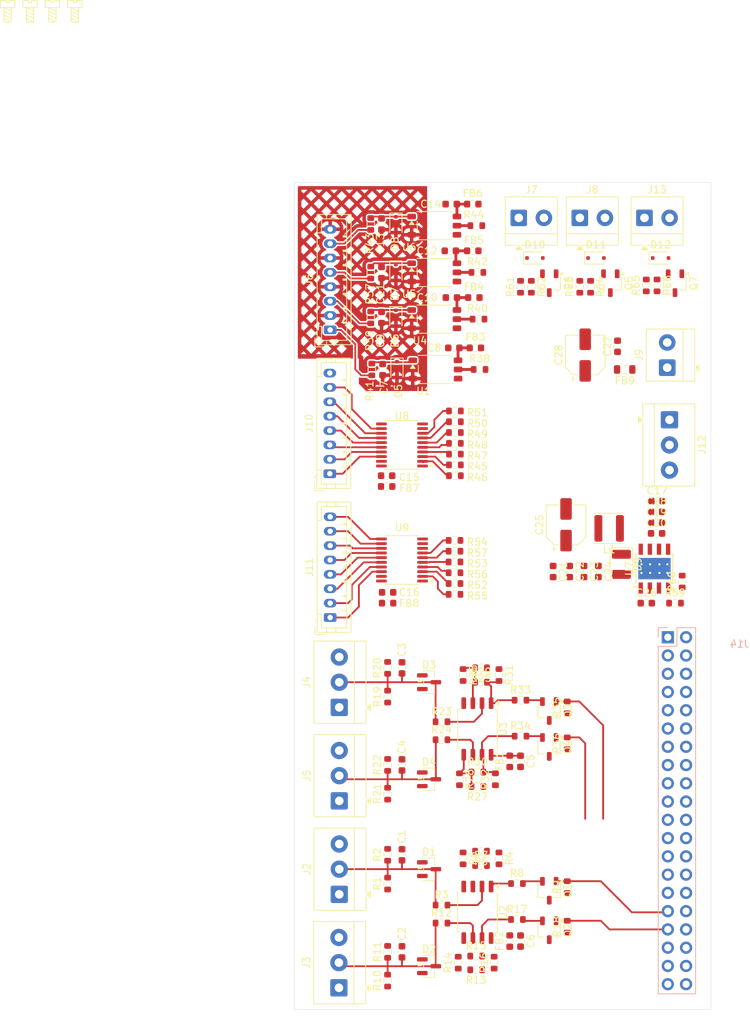
<source format=kicad_pcb>
(kicad_pcb (version 20241229) (generator "pcbnew") (generator_version "9.0")
  (layers (0 "F.Cu" signal) (2 "B.Cu" signal) (13 "F.Paste" user) (15 "B.Paste" user) (5 "F.SilkS" user "F.Silkscreen") (7 "B.SilkS" user "B.Silkscreen") (1 "F.Mask" user) (3 "B.Mask" user) (25 "Edge.Cuts" user))
  (net 0 "")
  (net 1 "Net-(D1-COM)")
  (net 2 "GND")
  (net 3 "Net-(D2-COM)")
  (net 4 "Net-(D3-COM)")
  (net 5 "Net-(D4-COM)")
  (net 6 "Net-(U3C-V+)")
  (net 7 "Net-(U2C-V+)")
  (net 8 "GND_ISO")
  (net 9 "Net-(D5-A1)")
  (net 10 "Net-(U1-VDD)")
  (net 11 "Net-(D6-A1)")
  (net 12 "Net-(U4-VDD)")
  (net 13 "Net-(D7-A1)")
  (net 14 "Net-(U5-VDD)")
  (net 15 "Net-(D8-A1)")
  (net 16 "Net-(U6-VDD)")
  (net 17 "Net-(U8-DIR)")
  (net 18 "Net-(U9-DIR)")
  (net 19 "+24V")
  (net 20 "+5V")
  (net 21 "Net-(U7-BOOT)")
  (net 22 "Net-(D9-K)")
  (net 23 "Net-(D10-A)")
  (net 24 "Net-(D11-A)")
  (net 25 "Net-(D12-A)")
  (net 26 "+3.3V")
  (net 27 "+VIN")
  (net 28 "/AUX4")
  (net 29 "/OUT2")
  (net 30 "/AUX2")
  (net 31 "/ISO_IN3")
  (net 32 "/AUX6")
  (net 33 "/OUT1")
  (net 34 "/OUT3")
  (net 35 "/ENDSTOP2")
  (net 36 "/AUX3")
  (net 37 "/ISO_IN4")
  (net 38 "/ISO_IN1")
  (net 39 "/ISO_IN2")
  (net 40 "/AUX5")
  (net 41 "/AUX1")
  (net 42 "/ENDSTOP3")
  (net 43 "/ENDSTOP4")
  (net 44 "/ENDSTOP1")
  (net 45 "Net-(J6-Pin_3)")
  (net 46 "Net-(J6-Pin_5)")
  (net 47 "Net-(J6-Pin_1)")
  (net 48 "Net-(J6-Pin_7)")
  (net 49 "Net-(J10-Pin_3)")
  (net 50 "Net-(J10-Pin_2)")
  (net 52 "Net-(J10-Pin_1)")
  (net 53 "Net-(J10-Pin_5)")
  (net 54 "Net-(J10-Pin_6)")
  (net 55 "Net-(J10-Pin_7)")
  (net 56 "Net-(J10-Pin_4)")
  (net 57 "Net-(J11-Pin_5)")
  (net 58 "Net-(J11-Pin_4)")
  (net 59 "Net-(J11-Pin_1)")
  (net 60 "Net-(J11-Pin_3)")
  (net 61 "Net-(J11-Pin_6)")
  (net 62 "Net-(J11-Pin_2)")
  (net 63 "Net-(J11-Pin_7)")
  (net 64 "Net-(J11-Pin_8)")
  (net 65 "Net-(Q1-B)")
  (net 66 "Net-(Q2-B)")
  (net 67 "Net-(Q3-B)")
  (net 68 "Net-(Q4-B)")
  (net 69 "Net-(Q5-G)")
  (net 70 "Net-(Q6-G)")
  (net 71 "Net-(Q7-G)")
  (net 72 "Net-(U2A--)")
  (net 73 "Net-(R4-Pad2)")
  (net 74 "Net-(U2A-+)")
  (net 75 "Net-(U2B--)")
  (net 76 "Net-(U2B-+)")
  (net 77 "Net-(R15-Pad2)")
  (net 78 "Net-(U3A--)")
  (net 79 "Net-(U3B--)")
  (net 80 "Net-(U3A-+)")
  (net 81 "Net-(U3B-+)")
  (net 82 "Net-(R29-Pad2)")
  (net 83 "Net-(R30-Pad2)")
  (net 84 "Net-(U1-VO)")
  (net 85 "Net-(U4-VO)")
  (net 86 "Net-(U5-VO)")
  (net 87 "Net-(U6-VO)")
  (net 88 "Net-(U8-A2)")
  (net 89 "Net-(U8-A1)")
  (net 90 "Net-(U8-A3)")
  (net 91 "Net-(U8-A4)")
  (net 92 "Net-(U8-A5)")
  (net 93 "Net-(U8-A6)")
  (net 94 "Net-(U8-A7)")
  (net 95 "Net-(U9-A2)")
  (net 96 "Net-(U9-A4)")
  (net 97 "Net-(U9-A6)")
  (net 98 "Net-(U9-A1)")
  (net 99 "Net-(U9-A3)")
  (net 100 "Net-(U9-A5)")
  (net 101 "Net-(U7-VSENSE)")
  (net 108 "/DIR_A")
  (net 109 "/STEP_A")
  (net 110 "/DIR_C")
  (net 111 "/ENABLE")
  (net 112 "/STEP_B")
  (net 113 "/STEP_C")
  (net 114 "/DIR_B")
  (footprint "Resistor_SMD:R_0603_1608Metric" (layer "F.Cu") (at 84.325 157 180)
    (property "Reference" "R13")
    (property "Value" "47k")
  )
  (footprint "Inductor_SMD:L_0603_1608Metric" (layer "F.Cu") (at 72 106 180)
    (property "Reference" "FB8")
    (property "Value" "1K/100MHz")
  )
  (footprint "Resistor_SMD:R_0603_1608Metric" (layer "F.Cu") (at 79.5 122.5)
    (property "Reference" "R23")
    (property "Value" "33R")
  )
  (footprint "TerminalBlock_4Ucon:TerminalBlock_4Ucon_1x03_P3.50mm_Horizontal" (layer "F.Cu") (at 65.2675 133.5 90)
    (property "Reference" "J5")
    (property "Value" "Screw_Terminal_01x03")
  )
  (footprint "Inductor_SMD:L_0603_1608Metric" (layer "F.Cu") (at 89 128 90)
    (property "Reference" "FB1")
    (property "Value" "1K/100MHz")
  )
  (footprint "Resistor_SMD:R_0603_1608Metric" (layer "F.Cu") (at 72 145 90)
    (property "Reference" "R1")
    (property "Value" "10k")
  )
  (footprint "Package_TO_SOT_SMD:TSOT-23" (layer "F.Cu") (at 112 61.5 -90)
    (property "Reference" "Q7")
    (property "Value" "PMF250XNEX")
  )
  (footprint "Package_TO_SOT_SMD:SOT-23" (layer "F.Cu") (at 77.7675 156.5)
    (property "Reference" "D2")
    (property "Value" "BAT54S")
  )
  (footprint "Capacitor_SMD:C_0603_1608Metric" (layer "F.Cu") (at 109.435 94.8)
    (property "Reference" "C19")
    (property "Value" "10uF")
  )
  (footprint "Inductor_SMD:L_0603_1608Metric" (layer "F.Cu") (at 84.2125 70.5 180)
    (property "Reference" "FB3")
    (property "Value" "1K/100MHz")
  )
  (footprint "Capacitor_SMD:C_0603_1608Metric" (layer "F.Cu") (at 99.335 101.6 -90)
    (property "Reference" "C23")
    (property "Value" "10uF")
  )
  (footprint "Package_SO:SO-5-6_4.55x3.7mm_P1.27mm" (layer "F.Cu") (at 78.5 53.5)
    (property "Reference" "U6")
    (property "Value" "TLP2310")
  )
  (footprint "Capacitor_SMD:C_0603_1608Metric" (layer "F.Cu") (at 71.3 73.52 -90)
    (property "Reference" "C7")
    (property "Value" "100pF")
  )
  (footprint "Resistor_SMD:R_0603_1608Metric" (layer "F.Cu") (at 79.5 150.5)
    (property "Reference" "R12")
    (property "Value" "33R")
  )
  (footprint "Resistor_SMD:R_0603_1608Metric" (layer "F.Cu") (at 81.3125 97.275 180)
    (property "Reference" "R54")
    (property "Value" "33R")
  )
  (footprint "TerminalBlock_4Ucon:TerminalBlock_4Ucon_1x03_P3.50mm_Horizontal" (layer "F.Cu") (at 65.2675 146.5 90)
    (property "Reference" "J2")
    (property "Value" "Screw_Terminal_01x03")
  )
  (footprint "Inductor_SMD:L_0603_1608Metric" (layer "F.Cu") (at 84 63.5 180)
    (property "Reference" "FB4")
    (property "Value" "1K/100MHz")
  )
  (footprint "Resistor_SMD:R_0603_1608Metric" (layer "F.Cu") (at 69.65 66.27 90)
    (property "Reference" "R39")
    (property "Value" "11.3k")
  )
  (footprint "Resistor_SMD:R_0603_1608Metric" (layer "F.Cu") (at 90.5 119.5)
    (property "Reference" "R33")
    (property "Value" "47k")
  )
  (footprint "Inductor_SMD:L_0805_2012Metric" (layer "F.Cu") (at 105 73.5 180)
    (property "Reference" "FB9")
    (property "Value" "1K/100MHz")
  )
  (footprint "Resistor_SMD:R_0603_1608Metric" (layer "F.Cu") (at 81.3625 79.275 180)
    (property "Reference" "R51")
    (property "Value" "33R")
  )
  (footprint "Resistor_SMD:R_0603_1608Metric" (layer "F.Cu") (at 87 130.5 90)
    (property "Reference" "R32")
    (property "Value" "10k")
  )
  (footprint "Capacitor_SMD:C_0603_1608Metric" (layer "F.Cu") (at 90.5 153 -90)
    (property "Reference" "C6")
    (property "Value" "100nF")
  )
  (footprint "Package_TO_SOT_SMD:SOT-23" (layer "F.Cu") (at 77.7675 117)
    (property "Reference" "D3")
    (property "Value" "BAT54S")
  )
  (footprint "Resistor_SMD:R_0603_1608Metric" (layer "F.Cu") (at 97 120.5 90)
    (property "Reference" "R35")
    (property "Value" "10k")
  )
  (footprint "Resistor_SMD:R_0603_1608Metric" (layer "F.Cu") (at 81.3125 101.775 180)
    (property "Reference" "R56")
    (property "Value" "33R")
  )
  (footprint "Resistor_SMD:R_0603_1608Metric" (layer "F.Cu") (at 98.75 62 90)
    (property "Reference" "R63")
    (property "Value" "100R")
  )
  (footprint "Resistor_SMD:R_0603_1608Metric" (layer "F.Cu") (at 82.5 116 -90)
    (property "Reference" "R26")
    (property "Value" "47k")
  )
  (footprint "Resistor_SMD:R_0603_1608Metric" (layer "F.Cu") (at 84.35 53.5)
    (property "Reference" "R44")
    (property "Value" "33R")
  )
  (footprint "Capacitor_SMD:C_0603_1608Metric" (layer "F.Cu") (at 74 115 90)
    (property "Reference" "C3")
    (property "Value" "100pF")
  )
  (footprint "Resistor_SMD:R_0603_1608Metric" (layer "F.Cu") (at 92 62 -90)
    (property "Reference" "R62")
    (property "Value" "47K")
  )
  (footprint "Capacitor_SMD:C_0603_1608Metric" (layer "F.Cu") (at 71.15 53.27 -90)
    (property "Reference" "C13")
    (property "Value" "100pF")
  )
  (footprint "Resistor_SMD:R_0603_1608Metric" (layer "F.Cu") (at 72 141 90)
    (property "Reference" "R2")
    (property "Value" "10k")
  )
  (footprint "Diode_SMD:D_SOD-323F" (layer "F.Cu") (at 73.15 60.02 -90)
    (property "Reference" "D7")
    (property "Value" "D_TVS")
  )
  (footprint "Symbol:Screw_Generic_2.0x3.0mm_SilkScreen" (layer "F.Cu") (at 22.225 23.675)
    (property "Reference" "H2" (hide yes))
    (property "Value" "M3" (hide yes))
  )
  (footprint "Resistor_SMD:R_0603_1608Metric" (layer "F.Cu") (at 84.65 66.5)
    (property "Reference" "R40")
    (property "Value" "33R")
  )
  (footprint "Capacitor_SMD:C_0603_1608Metric" (layer "F.Cu") (at 80.875 63.5 180)
    (property "Reference" "C10")
    (property "Value" "100nF")
  )
  (footprint "Resistor_SMD:R_0603_1608Metric" (layer "F.Cu") (at 81.3125 98.775 180)
    (property "Reference" "R57")
    (property "Value" "33R")
  )
  (footprint "Symbol:Screw_Generic_2.0x3.0mm_SilkScreen" (layer "F.Cu") (at 28.465 23.675)
    (property "Reference" "H4" (hide yes))
    (property "Value" "M3" (hide yes))
  )
  (footprint "Resistor_SMD:R_0603_1608Metric" (layer "F.Cu") (at 90 145)
    (property "Reference" "R8")
    (property "Value" "47k")
  )
  (footprint "Resistor_SMD:R_0603_1608Metric" (layer "F.Cu") (at 113 103 90)
    (property "Reference" "R60")
    (property "Value" "10k")
  )
  (footprint "Package_TO_SOT_SMD:SOT-23" (layer "F.Cu") (at 77.7675 143)
    (property "Reference" "D1")
    (property "Value" "BAT54S")
  )
  (footprint "Resistor_SMD:R_0603_1608Metric" (layer "F.Cu") (at 90.5 62 90)
    (property "Reference" "R61")
    (property "Value" "100R")
  )
  (footprint "Package_SO:TSSOP-20_4.4x6.5mm_P0.65mm" (layer "F.Cu") (at 74 84 180)
    (property "Reference" "U8")
    (property "Value" "SN74LVC245APW")
  )
  (footprint "Resistor_SMD:R_0603_1608Metric" (layer "F.Cu") (at 72 154.5 90)
    (property "Reference" "R11")
    (property "Value" "10k")
  )
  (footprint "Resistor_SMD:R_0603_1608Metric" (layer "F.Cu") (at 72 115 90)
    (property "Reference" "R20")
    (property "Value" "10k")
  )
  (footprint "Resistor_SMD:R_0603_1608Metric" (layer "F.Cu") (at 82.5 141.5 -90)
    (property "Reference" "R6")
    (property "Value" "47k")
  )
  (footprint "Package_SO:SO-5-6_4.55x3.7mm_P1.27mm" (layer "F.Cu") (at 78.65 73.5)
    (property "Reference" "U1")
    (property "Value" "TLP2310")
  )
  (footprint "Capacitor_SMD:C_0603_1608Metric" (layer "F.Cu") (at 80.725 57 180)
    (property "Reference" "C12")
    (property "Value" "100nF")
  )
  (footprint "Resistor_SMD:R_0603_1608Metric" (layer "F.Cu") (at 72 158.5 90)
    (property "Reference" "R10")
    (property "Value" "10k")
  )
  (footprint "Capacitor_SMD:C_0603_1608Metric" (layer "F.Cu") (at 81.2125 70.5 180)
    (property "Reference" "C8")
    (property "Value" "100nF")
  )
  (footprint "Resistor_SMD:R_0603_1608Metric" (layer "F.Cu") (at 97 125.5 90)
    (property "Reference" "R36")
    (property "Value" "10k")
  )
  (footprint "Inductor_SMD:L_0603_1608Metric" (layer "F.Cu") (at 71.8625 89.775 180)
    (property "Reference" "FB7")
    (property "Value" "1K/100MHz")
  )
  (footprint "Package_TO_SOT_SMD:TSOT-23" (layer "F.Cu") (at 94.5 121 -90)
    (property "Reference" "Q3")
    (property "Value" "NPN")
  )
  (footprint "Resistor_SMD:R_0603_1608Metric" (layer "F.Cu") (at 86.825 156 90)
    (property "Reference" "R16")
    (property "Value" "10k")
  )
  (footprint "Connector_JST:JST_PH_B8B-PH-K_1x08_P2.00mm_Vertical" (layer "F.Cu") (at 63.95 88 90)
    (property "Reference" "J10")
    (property "Value" "Conn_01x08")
  )
  (footprint "Resistor_SMD:R_0603_1608Metric" (layer "F.Cu") (at 100.25 62 -90)
    (property "Reference" "R64")
    (property "Value" "47K")
  )
  (footprint "Connector_JST:JST_PH_B8B-PH-K_1x08_P2.00mm_Vertical" (layer "F.Cu") (at 64 68 90)
    (property "Reference" "J6")
    (property "Value" "Conn_01x08")
  )
  (footprint "Capacitor_SMD:CP_Elec_5x5.9" (layer "F.Cu") (at 96.835 95.1 90)
    (property "Reference" "C25")
    (property "Value" "100uF")
  )
  (footprint "Capacitor_SMD:C_0603_1608Metric" (layer "F.Cu") (at 71.15 60.02 -90)
    (property "Reference" "C11")
    (property "Value" "100pF")
  )
  (footprint "TerminalBlock_4Ucon:TerminalBlock_4Ucon_1x03_P3.50mm_Horizontal" (layer "F.Cu") (at 65.2675 120.5 90)
    (property "Reference" "J4")
    (property "Value" "Screw_Terminal_01x03")
  )
  (footprint "Diode_SMD:D_SOD-323F" (layer "F.Cu") (at 73.3 73.52 -90)
    (property "Reference" "D5")
    (property "Value" "D_TVS")
  )
  (footprint "Resistor_SMD:R_0603_1608Metric" (layer "F.Cu") (at 84.5 129.5)
    (property "Reference" "R30")
    (property "Value" "470k")
  )
  (footprint "Diode_SMD:D_SOD-323F" (layer "F.Cu") (at 73.15 66.37 -90)
    (property "Reference" "D6")
    (property "Value" "D_TVS")
  )
  (footprint "Resistor_SMD:R_0603_1608Metric" (layer "F.Cu") (at 97 145.5 90)
    (property "Reference" "R9")
    (property "Value" "10k")
  )
  (footprint "Capacitor_SMD:C_0603_1608Metric" (layer "F.Cu") (at 71.15 66.27 -90)
    (property "Reference" "C9")
    (property "Value" "100pF")
  )
  (footprint "Resistor_SMD:R_0603_1608Metric" (layer "F.Cu") (at 84.5 131.5 180)
    (property "Reference" "R27")
    (property "Value" "47k")
  )
  (footprint "Symbol:Screw_Generic_2.0x3.0mm_SilkScreen" (layer "F.Cu") (at 19.105 23.675)
    (property "Reference" "H1" (hide yes))
    (property "Value" "M3" (hide yes))
  )
  (footprint "TerminalBlock_MetzConnect:TerminalBlock_MetzConnect_Type059_RT06302HBWC_1x02_P3.50mm_Horizontal" (layer "F.Cu") (at 110.9175 73.25 90)
    (property "Reference" "J9")
    (property "Value" "Screw_Terminal_01x02")
  )
  (footprint "TerminalBlock_MetzConnect:TerminalBlock_MetzConnect_Type059_RT06302HBWC_1x02_P3.50mm_Horizontal" (layer "F.Cu") (at 98.75 52.4175)
    (property "Reference" "J8")
    (property "Value" "Screw_Terminal_01x02")
  )
  (footprint "Resistor_SMD:R_0603_1608Metric" (layer "F.Cu") (at 79.5 125)
    (property "Reference" "R24")
    (property "Value" "33R")
  )
  (footprint "Inductor_SMD:L_0603_1608Metric" (layer "F.Cu") (at 83.85 50.5 180)
    (property "Reference" "FB6")
    (property "Value" "1K/100MHz")
  )
  (footprint "Resistor_SMD:R_0603_1608Metric" (layer "F.Cu") (at 69.65 60.02 90)
    (property "Reference" "R37")
    (property "Value" "11.3k")
  )
  (footprint "Package_TO_SOT_SMD:SOT-23" (layer "F.Cu") (at 77.7675 130.5)
    (property "Reference" "D4")
    (property "Value" "BAT54S")
  )
  (footprint "Resistor_SMD:R_0603_1608Metric" (layer "F.Cu") (at 109.5 61.81 -90)
    (property "Reference" "R66")
    (property "Value" "47K")
  )
  (footprint "Resistor_SMD:R_0603_1608Metric" (layer "F.Cu") (at 85 140.5 180)
    (property "Reference" "R5")
    (property "Value" "47k")
  )
  (footprint "Package_TO_SOT_SMD:TSOT-23" (layer "F.Cu") (at 94.5 61.5 -90)
    (property "Reference" "Q6")
    (property "Value" "PMF250XNEX")
  )
  (footprint "Resistor_SMD:R_0603_1608Metric" (layer "F.Cu") (at 90 150)
    (property "Reference" "R17")
    (property "Value" "47k")
  )
  (footprint "Diode_SMD:D_SOD-323F" (layer "F.Cu") (at 92.5 58)
    (property "Reference" "D10")
    (property "Value" "D_Schottky_Small")
  )
  (footprint "Connector_JST:JST_PH_B8B-PH-K_1x08_P2.00mm_Vertical" (layer "F.Cu") (at 64 108 90)
    (property "Reference" "J11")
    (property "Value" "Conn_01x08")
  )
  (footprint "Resistor_SMD:R_0603_1608Metric" (layer "F.Cu") (at 72 132.5 90)
    (property "Reference" "R21")
    (property "Value" "10k")
  )
  (footprint "Package_TO_SOT_SMD:TSOT-23" (layer "F.Cu") (at 103 61.5 -90)
    (property "Reference" "Q5")
    (property "Value" "PMF250XNEX")
  )
  (footprint "Diode_SMD:D_SOD-323F" (layer "F.Cu") (at 73.15 53.37 -90)
    (property "Reference" "D8")
    (property "Value" "D_TVS")
  )
  (footprint "Resistor_SMD:R_0603_1608Metric" (layer "F.Cu") (at 82 130.5 -90)
    (property "Reference" "R28")
    (property "Value" "47k")
  )
  (footprint "Resistor_SMD:R_0603_1608Metric" (layer "F.Cu") (at 81.3625 83.775 180)
    (property "Reference" "R48")
    (property "Value" "33R")
  )
  (footprint "Resistor_SMD:R_0603_1608Metric" (layer "F.Cu") (at 87.5 141.5 -90)
    (property "Reference" "R4")
    (property "Value" "10k")
  )
  (footprint "Package_SO:TSSOP-20_4.4x6.5mm_P0.65mm" (layer "F.Cu") (at 74 100 180)
    (property "Reference" "U9")
    (property "Value" "SN74LVC245APW")
  )
  (footprint "Capacitor_SMD:C_0603_1608Metric" (layer "F.Cu") (at 109.435 96.3)
    (property "Reference" "C20")
    (property "Value" "10uF")
  )
  (footprint "Package_SO:SOIC-8_5.3x5.3mm_P1.27mm" (layer "F.Cu") (at 84.5 123.5 -90)
    (property "Reference" "U3")
    (property "Value" "LM393")
  )
  (footprint "Resistor_SMD:R_0603_1608Metric" (layer "F.Cu") (at 85 117)
    (property "Reference" "R29")
    (property "Value" "470k")
  )
  (footprint "TerminalBlock_MetzConnect:TerminalBlock_MetzConnect_Type059_RT06302HBWC_1x02_P3.50mm_Horizontal" (layer "F.Cu") (at 90.25 52.4175)
    (property "Reference" "J7")
    (property "Value" "Screw_Terminal_01x02")
  )
  (footprint "Package_SO:SOIC-8_5.3x5.3mm_P1.27mm" (layer "F.Cu") (at 84.5 149 -90)
    (property "Reference" "U2")
    (property "Value" "LM393")
  )
  (footprint "Resistor_SMD:R_0603_1608Metric" (layer "F.Cu") (at 81.3625 80.775 180)
    (property "Reference" "R50")
    (property "Value" "33R")
  )
  (footprint "Diode_SMD:D_SOD-323F" (layer "F.Cu") (at 110 58)
    (property "Reference" "D12")
    (property "Value" "D_Schottky_Small")
  )
  (footprint "Capacitor_SMD:C_0603_1608Metric" (layer "F.Cu") (at 101.335 101.6 -90)
    (property "Reference" "C24")
    (property "Value" "10uF")
  )
  (footprint "Resistor_SMD:R_0603_1608Metric" (layer "F.Cu") (at 85 142.5)
    (property "Reference" "R7")
    (property "Value" "470k")
  )
  (footprint "Package_TO_SOT_SMD:TSOT-23" (layer "F.Cu") (at 94.5 126 -90)
    (property "Reference" "Q4")
    (property "Value" "NPN")
  )
  (footprint "Inductor_SMD:L_0603_1608Metric" (layer "F.Cu") (at 83.85 57 180)
    (property "Reference" "FB5")
    (property "Value" "1K/100MHz")
  )
  (footprint "Resistor_SMD:R_0603_1608Metric" (layer "F.Cu") (at 85 115 180)
    (property "Reference" "R25")
    (property "Value" "47k")
  )
  (footprint "Resistor_SMD:R_0603_1608Metric" (layer "F.Cu") (at 69.65 53.27 90)
    (property "Reference" "R43")
    (property "Value" "11.3k")
  )
  (footprint "TerminalBlock_MetzConnect:TerminalBlock_MetzConnect_Type059_RT06302HBWC_1x02_P3.50mm_Horizontal" (layer "F.Cu") (at 107.75 52.4175)
    (property "Reference" "J13")
    (property "Value" "Screw_Terminal_01x02")
  )
  (footprint "Inductor_SMD:L_APV_ANR4010" (layer "F.Cu") (at 102.835 95.6 180)
    (property "Reference" "L1")
    (property "Value" "L_Iron")
  )
  (footprint "Resistor_SMD:R_0603_1608Metric" (layer "F.Cu") (at 108 61.81 90)
    (property "Reference" "R65")
    (property "Value" "100R")
  )
  (footprint "Package_SO:SO-5-6_4.55x3.7mm_P1.27mm" (layer "F.Cu") (at 78.5 66.5)
    (property "Reference" "U4")
    (property "Value" "TLP2310")
  )
  (footprint "Capacitor_SMD:C_0603_1608Metric" (layer "F.Cu") (at 72 104.5)
    (property "Reference" "C16")
    (property "Value" "100nF")
  )
  (footprint "Capacitor_SMD:CP_Elec_5x5.9" (layer "F.Cu") (at 99.5 71.5 90)
    (property "Reference" "C28")
    (property "Value" "100uF")
  )
  (footprint "Diode_SMD:D_SOD-323F" (layer "F.Cu") (at 101 58)
    (property "Reference" "D11")
    (property "Value" "D_Schottky_Small")
  )
  (footprint "Capacitor_SMD:C_0603_1608Metric" (layer "F.Cu") (at 71.8625 88.275)
    (property "Reference" "C15")
    (property "Value" "100nF")
  )
  (footprint "Capacitor_SMD:C_0603_1608Metric" (layer "F.Cu") (at 109.435 93.3)
    (property "Reference" "C18")
    (property "Value" "10uF")
  )
  (footprint "Package_TO_SOT_SMD:TSOT-23" (layer "F.Cu") (at 94.5 151.5 -90)
    (property "Reference" "Q2")
    (property "Value" "NPN")
  )
  (footprint "Capacitor_SMD:C_0603_1608Metric" (layer "F.Cu") (at 108 106)
    (property "Reference" "C26")
    (property "Value" "100nF")
  )
  (footprint "Resistor_SMD:R_0603_1608Metric" (layer "F.Cu") (at 84.325 155.0875)
    (property "Reference" "R15")
    (property "Value" "470k")
  )
  (footprint "Resistor_SMD:R_0603_1608Metric" (layer "F.Cu") (at 72 119 90)
    (property "Reference" "R19")
    (property "Value" "10k")
  )
  (footprint "Package_SO:TI_SO-PowerPAD-8_ThermalVias" (layer "F.Cu") (at 109.135 101.2 90)
    (property "Reference" "U7")
    (property "Value" "TPS5430DDA")
  )
  (footprint "Package_TO_SOT_SMD:TSOT-23" (layer "F.Cu") (at 94.5 146 -90)
    (property "Reference" "Q1")
    (property "Value" "NPN")
  )
  (footprint "Capacitor_SMD:C_0603_1608Metric" (layer "F.Cu") (at 74 128.5 90)
    (property "Reference" "C4")
    (property "Value" "100pF")
  )
  (footprint "Capacitor_SMD:C_0603_1608Metric" (layer "F.Cu") (at 74 141 90)
    (property "Reference" "C1")
    (property "Value" "100pF")
  )
  (footprint "Resistor_SMD:R_0603_1608Metric" (layer "F.Cu") (at 81.3625 85.275 180)
    (property "Reference" "R47")
    (property "Value" "33R")
  )
  (footprint "TerminalBlock_4Ucon:TerminalBlock_4Ucon_1x03_P3.50mm_Horizontal" (layer "F.Cu") (at 65.2175 159.5 90)
    (property "Reference" "J3")
    (property "Value" "Screw_Terminal_01x03")
  )
  (footprint "Resistor_SMD:R_0603_1608Metric" (layer "F.Cu") (at 72 128.5 90)
    (property "Reference" "R22")
    (property "Value" "10k")
  )
  (footprint "Resistor_SMD:R_0603_1608Metric" (layer "F.Cu") (at 87.5 116 -90)
    (property "Reference" "R31")
    (property "Value" "10k")
  )
  (footprint "Capacitor_SMD:C_0603_1608Metric" (layer "F.Cu") (at 109.5 91.8)
    (property "Reference" "C17")
    (property "Value" "10uF")
  )
  (footprint "Capacitor_SMD:C_0603_1608Metric" (layer "F.Cu") (at 90.5 128 -90)
    (property "Reference" "C5")
    (property "Value" "100nF")
  )
  (footprint "Package_SO:SO-5-6_4.55x3.7mm_P1.27mm" (layer "F.Cu") (at 78.5 60)
    (property "Reference" "U5")
    (property "Value" "TLP2310")
  )
  (footprint "Resistor_SMD:R_0603_1608Metric" (layer "F.Cu") (at 81.3125 100.275 180)
    (property "Reference" "R53")
    (property "Value" "33R")
  )
  (footprint "Resistor_SMD:R_0603_1608Metric" (layer "F.Cu") (at 112 106)
    (property "Reference" "R59")
    (property "Value" "10k")
  )
  (footprint "Symbol:Screw_Generic_2.0x3.0mm_SilkScreen" (layer "F.Cu") (at 25.345 23.675)
    (property "Reference" "H3" (hide yes))
    (property "Value" "M3" (hide yes))
  )
  (footprint "Resistor_SMD:R_0603_1608Metric" (layer "F.Cu") (at 81.3625 82.275 180)
    (property "Reference" "R49")
    (property "Value" "33R")
  )
  (footprint "Diode_SMD:D_1210_3225Metric" (layer "F.Cu") (at 104.535 100.6 -90)
    (property "Reference" "D9")
    (property "Value" "BAT85")
  )
  (footprint "TerminalBlock_4Ucon:TerminalBlock_4Ucon_1x03_P3.50mm_Horizontal" (layer "F.Cu") (at 111.2325 80.5 -90)
    (property "Reference" "J12")
    (property "Value" "Screw_Terminal_01x03")
  )
  (footprint "Capacitor_SMD:C_0603_1608Metric" (layer "F.Cu") (at 74 154.5 90)
    (property "Reference" "C2")
    (property "Value" "100pF")
  )
  (footprint "Resistor_SMD:R_0603_1608Metric" (layer "F.Cu") (at 97 151 90)
    (property "Reference" "R18")
    (property "Value" "10k")
  )
  (footprint "Resistor_SMD:R_0603_1608Metric" (layer "F.Cu") (at 81.825 156 90)
    (property "Reference" "R14")
    (property "Value" "47k")
  )
  (footprint "Resistor_SMD:R_0603_1608Metric" (layer "F.Cu") (at 79.5 148)
    (property "Reference" "R3")
    (property "Value" "33R")
  )
  (footprint "Resistor_SMD:R_0603_1608Metric" (layer "F.Cu") (at 81.3125 103.275 180)
    (property "Reference" "R52")
    (property "Value" "33R")
  )
  (footprint "Resistor_SMD:R_0603_1608Metric" (layer "F.Cu") (at 69.8 73.5 90)
    (property "Reference" "R41")
    (property "Value" "11.3k")
  )
  (footprint "Resistor_SMD:R_0603_1608Metric" (layer "F.Cu") (at 84.8 73.5)
    (property "Reference" "R38")
    (property "Value" "33R")
  )
  (footprint "Capacitor_SMD:C_0603_1608Metric" (layer "F.Cu") (at 104 70.275 90)
    (property "Reference" "C27")
    (property "Value" "100nF")
  )
  (footprint "Resistor_SMD:R_0603_1608Metric" (layer "F.Cu") (at 90.5 124.5)
    (property "Reference" "R34")
    (property "Value" "47k")
  )
  (footprint "Resistor_SMD:R_0603_1608Metric" (layer "F.Cu") (at 81.3625 88.275 180)
    (property "Reference" "R46")
    (property "Value" "33R")
  )
  (footprint "Capacitor_SMD:C_0603_1608Metric" (layer "F.Cu") (at 95.035 101.6 -90)
    (property "Reference" "C21")
    (property "Value" "10uF")
  )
  (footprint "Inductor_SMD:L_0603_1608Metric" (layer "F.Cu") (at 89 153 90)
    (property "Reference" "FB2")
    (property "Value" "1K/100MHz")
  )
  (footprint "Capacitor_SMD:C_0603_1608Metric" (layer "F.Cu") (at 80.85 50.5 180)
    (property "Reference" "C14")
    (property "Value" "100nF")
  )
  (footprint "Resistor_SMD:R_0603_1608Metric" (layer "F.Cu") (at 81.3125 104.775 180)
    (property "Reference" "R55")
    (property "Value" "33R")
  )
  (footprint "Resistor_SMD:R_0603_1608Metric" (layer "F.Cu") (at 84.5 60)
    (property "Reference" "R42")
    (property "Value" "33R")
  )
  (footprint "Resistor_SMD:R_0603_1608Metric" (layer "F.Cu") (at 81.3625 86.775 180)
    (property "Reference" "R45")
    (property "Value" "33R")
  )
  (footprint "Capacitor_SMD:C_0603_1608Metric" (layer "F.Cu") (at 97.335 101.6 -90)
    (property "Reference" "C22")
    (property "Value" "10uF")
  )
  (footprint "Connector_PinSocket_2.54mm:PinSocket_2x20_P2.54mm_Vertical" (layer "B.Cu") (at 111 110.74 180)
    (property "Reference" "J14")
    (property "Value" "Conn_02x20_Odd_Even")
  )
  (gr_rect (start 59 47.5) (end 117 162.5) (stroke (width 0.05)) (fill no) (layer "Edge.Cuts"))
  (segment (start 72 141.825) (end 72 144.175) (width 0.25) (layer "F.Cu") (net 1))
  (segment (start 78.675 143.03) (end 78.705 143) (width 0.25) (layer "F.Cu") (net 1))
  (segment (start 74 143) (end 74 141.775) (width 0.25) (layer "F.Cu") (net 1))
  (segment (start 74 143) (end 65.2675 143) (width 0.25) (layer "F.Cu") (net 1))
  (segment (start 78.705 143) (end 74 143) (width 0.25) (layer "F.Cu") (net 1))
  (segment (start 78.675 148) (end 78.675 143.03) (width 0.25) (layer "F.Cu") (net 1))
  (segment (start 78.705 156.5) (end 74 156.5) (width 0.25) (layer "F.Cu") (net 3))
  (segment (start 74 155.275) (end 74 156.5) (width 0.25) (layer "F.Cu") (net 3))
  (segment (start 65.2175 156.2175) (end 65.5 156.5) (width 0.25) (layer "F.Cu") (net 3))
  (segment (start 72 155.325) (end 72 157.675) (width 0.25) (layer "F.Cu") (net 3))
  (segment (start 78.675 150.5) (end 78.675 156.47) (width 0.25) (layer "F.Cu") (net 3))
  (segment (start 65.2175 156) (end 65.2175 156.2175) (width 0.25) (layer "F.Cu") (net 3))
  (segment (start 78.675 156.47) (end 78.705 156.5) (width 0.25) (layer "F.Cu") (net 3))
  (segment (start 74 156.5) (end 65.7175 156.5) (width 0.25) (layer "F.Cu") (net 3))
  (segment (start 65.7175 156.5) (end 65.2175 156) (width 0.25) (layer "F.Cu") (net 3))
  (segment (start 78.675 117.03) (end 78.705 117) (width 0.25) (layer "F.Cu") (net 4))
  (segment (start 78.675 122.5) (end 78.675 117.03) (width 0.25) (layer "F.Cu") (net 4))
  (segment (start 74 115.775) (end 74 117) (width 0.25) (layer "F.Cu") (net 4))
  (segment (start 74 117) (end 78.705 117) (width 0.25) (layer "F.Cu") (net 4))
  (segment (start 72 115.825) (end 72 118.175) (width 0.25) (layer "F.Cu") (net 4))
  (segment (start 65.2675 117) (end 74 117) (width 0.25) (layer "F.Cu") (net 4))
  (segment (start 78.705 125.03) (end 78.675 125) (width 0.25) (layer "F.Cu") (net 5))
  (segment (start 72 129.325) (end 72 131.675) (width 0.25) (layer "F.Cu") (net 5))
  (segment (start 78.705 130.5) (end 74 130.5) (width 0.25) (layer "F.Cu") (net 5))
  (segment (start 65.7675 130.5) (end 65.2675 130) (width 0.25) (layer "F.Cu") (net 5))
  (segment (start 74 129.275) (end 74 130.5) (width 0.25) (layer "F.Cu") (net 5))
  (segment (start 78.705 130.5) (end 78.705 125.03) (width 0.25) (layer "F.Cu") (net 5))
  (segment (start 74 130.5) (end 65.7675 130.5) (width 0.25) (layer "F.Cu") (net 5))
  (segment (start 86.5425 127.225) (end 86.405 127.0875) (width 0.25) (layer "F.Cu") (net 6))
  (segment (start 90.5 127.225) (end 86.5425 127.225) (width 0.25) (layer "F.Cu") (net 6))
  (segment (start 75.5 72.23) (end 75.23 72.5) (width 0.25) (layer "F.Cu") (net 9))
  (segment (start 75.23 72.5) (end 69.975 72.5) (width 0.25) (layer "F.Cu") (net 9))
  (segment (start 69.975 72.5) (end 69.8 72.675) (width 0.25) (layer "F.Cu") (net 9))
  (segment (start 81.9875 70.5) (end 83.425 70.5) (width 0.4) (layer "F.Cu") (net 10))
  (segment (start 81.8 72.23) (end 81.8 70.6875) (width 0.4) (layer "F.Cu") (net 10))
  (segment (start 81.8 70.6875) (end 81.9875 70.5) (width 0.4) (layer "F.Cu") (net 10))
  (segment (start 75.35 65.23) (end 69.865 65.23) (width 0.25) (layer "F.Cu") (net 11))
  (segment (start 69.865 65.23) (end 69.65 65.445) (width 0.25) (layer "F.Cu") (net 11))
  (segment (start 81.65 63.5) (end 83.2125 63.5) (width 0.4) (layer "F.Cu") (net 12))
  (segment (start 81.65 65.23) (end 81.65 63.5) (width 0.4) (layer "F.Cu") (net 12))
  (segment (start 70.115 58.73) (end 69.65 59.195) (width 0.25) (layer "F.Cu") (net 13))
  (segment (start 75.35 58.73) (end 70.115 58.73) (width 0.25) (layer "F.Cu") (net 13))
  (segment (start 81.5 57) (end 83.0625 57) (width 0.4) (layer "F.Cu") (net 14))
  (segment (start 81.5 57) (end 81.5 58.58) (width 0.4) (layer "F.Cu") (net 14))
  (segment (start 81.5 58.58) (end 81.65 58.73) (width 0.4) (layer "F.Cu") (net 14))
  (segment (start 69.865 52.23) (end 69.65 52.445) (width 0.25) (layer "F.Cu") (net 15))
  (segment (start 75.35 52.23) (end 69.865 52.23) (width 0.25) (layer "F.Cu") (net 15))
  (segment (start 81.625 50.5) (end 83.0625 50.5) (width 0.4) (layer "F.Cu") (net 16))
  (segment (start 81.65 52.23) (end 81.65 50.525) (width 0.4) (layer "F.Cu") (net 16))
  (segment (start 81.65 50.525) (end 81.625 50.5) (width 0.4) (layer "F.Cu") (net 16))
  (segment (start 98.75 52.4175) (end 98.75 53.25) (width 0.4) (layer "F.Cu") (net 19))
  (segment (start 95.45 60.45) (end 95.5 60.5) (width 0.25) (layer "F.Cu") (net 23))
  (segment (start 93.9175 52.4175) (end 93.75 52.4175) (width 0.4) (layer "F.Cu") (net 23))
  (segment (start 95.45 60.19) (end 95.45 60.45) (width 0.25) (layer "F.Cu") (net 23))
  (segment (start 103.95 60.19) (end 103.95 60.05) (width 0.4) (layer "F.Cu") (net 24))
  (segment (start 103.95 60.05) (end 104 60) (width 0.4) (layer "F.Cu") (net 24))
  (segment (start 102.88 151.38) (end 101.675 150.175) (width 0.25) (layer "F.Cu") (net 35))
  (segment (start 111 151.38) (end 102.88 151.38) (width 0.25) (layer "F.Cu") (net 35))
  (segment (start 101.675 150.175) (end 97 150.175) (width 0.25) (layer "F.Cu") (net 35))
  (segment (start 98.675 119.675) (end 99.5 120.5) (width 0.25) (layer "F.Cu") (net 42))
  (segment (start 97 119.675) (end 98.675 119.675) (width 0.25) (layer "F.Cu") (net 42))
  (segment (start 99.5 120.5) (end 102 123) (width 0.25) (layer "F.Cu") (net 42))
  (segment (start 102 123) (end 102 136) (width 0.25) (layer "F.Cu") (net 42))
  (segment (start 95.45 119.69) (end 96.985 119.69) (width 0.25) (layer "F.Cu") (net 42))
  (segment (start 96.985 119.69) (end 97 119.675) (width 0.25) (layer "F.Cu") (net 42))
  (segment (start 97 124.675) (end 98.675 124.675) (width 0.25) (layer "F.Cu") (net 43))
  (segment (start 98.675 124.675) (end 99.5 125.5) (width 0.25) (layer "F.Cu") (net 43))
  (segment (start 99.5 125.5) (end 99.5 136) (width 0.25) (layer "F.Cu") (net 43))
  (segment (start 110.84 149) (end 111 148.84) (width 0.25) (layer "F.Cu") (net 44))
  (segment (start 96.985 144.69) (end 97 144.675) (width 0.25) (layer "F.Cu") (net 44))
  (segment (start 95.45 144.69) (end 96.985 144.69) (width 0.25) (layer "F.Cu") (net 44))
  (segment (start 97 144.675) (end 101.675 144.675) (width 0.25) (layer "F.Cu") (net 44))
  (segment (start 101.675 144.675) (end 106 149) (width 0.25) (layer "F.Cu") (net 44))
  (segment (start 106 149) (end 110.84 149) (width 0.25) (layer "F.Cu") (net 44))
  (segment (start 65 64) (end 64 64) (width 0.25) (layer "F.Cu") (net 45))
  (segment (start 69.65 67.095) (end 68.095 67.095) (width 0.25) (layer "F.Cu") (net 45))
  (segment (start 68.095 67.095) (end 65 64) (width 0.25) (layer "F.Cu") (net 45))
  (segment (start 66 60) (end 64 60) (width 0.25) (layer "F.Cu") (net 46))
  (segment (start 66.845 60.845) (end 66 60) (width 0.25) (layer "F.Cu") (net 46))
  (segment (start 69.65 60.845) (end 66.845 60.845) (width 0.25) (layer "F.Cu") (net 46))
  (segment (start 65.5 68) (end 64 68) (width 0.25) (layer "F.Cu") (net 47))
  (segment (start 69.8 74.325) (end 68.325 74.325) (width 0.25) (layer "F.Cu") (net 47))
  (segment (start 68.325 74.325) (end 67.5 73.5) (width 0.25) (layer "F.Cu") (net 47))
  (segment (start 67.5 70) (end 65.5 68) (width 0.25) (layer "F.Cu") (net 47))
  (segment (start 67.5 73.5) (end 67.5 70) (width 0.25) (layer "F.Cu") (net 47))
  (segment (start 67.905 54.095) (end 66 56) (width 0.25) (layer "F.Cu") (net 48))
  (segment (start 66 56) (end 64 56) (width 0.25) (layer "F.Cu") (net 48))
  (segment (start 69.65 54.095) (end 67.905 54.095) (width 0.25) (layer "F.Cu") (net 48))
  (segment (start 64.275 84.325) (end 63.95 84) (width 0.25) (layer "F.Cu") (net 49))
  (segment (start 71.1375 84.325) (end 64.275 84.325) (width 0.25) (layer "F.Cu") (net 49))
  (segment (start 67.025 84.975) (end 66 86) (width 0.25) (layer "F.Cu") (net 50))
  (segment (start 71.1375 84.975) (end 67.025 84.975) (width 0.25) (layer "F.Cu") (net 50))
  (segment (start 66 86) (end 63.95 86) (width 0.25) (layer "F.Cu") (net 50))
  (segment (start 65.75 88) (end 63.95 88) (width 0.25) (layer "F.Cu") (net 52))
  (segment (start 71.1375 85.625) (end 68.125 85.625) (width 0.25) (layer "F.Cu") (net 52))
  (segment (start 68.125 85.625) (end 65.75 88) (width 0.25) (layer "F.Cu") (net 52))
  (segment (start 65 80) (end 63.95 80) (width 0.25) (layer "F.Cu") (net 53))
  (segment (start 68.025 83.025) (end 65 80) (width 0.25) (layer "F.Cu") (net 53))
  (segment (start 71.1375 83.025) (end 68.025 83.025) (width 0.25) (layer "F.Cu") (net 53))
  (segment (start 68.875 82.375) (end 64.5 78) (width 0.25) (layer "F.Cu") (net 54))
  (segment (start 64.5 78) (end 63.95 78) (width 0.25) (layer "F.Cu") (net 54))
  (segment (start 71.1375 82.375) (end 68.875 82.375) (width 0.25) (layer "F.Cu") (net 54))
  (segment (start 67 79) (end 69.725 81.725) (width 0.25) (layer "F.Cu") (net 55))
  (segment (start 66 76) (end 67 77) (width 0.25) (layer "F.Cu") (net 55))
  (segment (start 63.95 76.45) (end 63.95 76) (width 0.25) (layer "F.Cu") (net 55))
  (segment (start 63.95 76) (end 66 76) (width 0.25) (layer "F.Cu") (net 55))
  (segment (start 67 77) (end 67 79) (width 0.25) (layer "F.Cu") (net 55))
  (segment (start 69.725 81.725) (end 71.1375 81.725) (width 0.25) (layer "F.Cu") (net 55))
  (segment (start 65.5 82) (end 63.95 82) (width 0.25) (layer "F.Cu") (net 56))
  (segment (start 71.1375 83.675) (end 67.175 83.675) (width 0.25) (layer "F.Cu") (net 56))
  (segment (start 67.175 83.675) (end 65.5 82) (width 0.25) (layer "F.Cu") (net 56))
  (segment (start 66 100) (end 64 100) (width 0.25) (layer "F.Cu") (net 57))
  (segment (start 66.975 99.025) (end 66 100) (width 0.25) (layer "F.Cu") (net 57))
  (segment (start 71.1375 99.025) (end 66.975 99.025) (width 0.25) (layer "F.Cu") (net 57))
  (segment (start 64 102) (end 65.5 102) (width 0.25) (layer "F.Cu") (net 58))
  (segment (start 65.5 102) (end 67.825 99.675) (width 0.25) (layer "F.Cu") (net 58))
  (segment (start 67.825 99.675) (end 71.1375 99.675) (width 0.25) (layer "F.Cu") (net 58))
  (segment (start 68 103.5) (end 68 106.5) (width 0.25) (layer "F.Cu") (net 59))
  (segment (start 68 106.5) (end 66.5 108) (width 0.25) (layer "F.Cu") (net 59))
  (segment (start 69.875 101.625) (end 68 103.5) (width 0.25) (layer "F.Cu") (net 59))
  (segment (start 71.1375 101.625) (end 69.875 101.625) (width 0.25) (layer "F.Cu") (net 59))
  (segment (start 66.5 108) (end 64 108) (width 0.25) (layer "F.Cu") (net 59))
  (segment (start 68.675 100.325) (end 71.1375 100.325) (width 0.25) (layer "F.Cu") (net 60))
  (segment (start 65 104) (end 68.675 100.325) (width 0.25) (layer "F.Cu") (net 60))
  (segment (start 64 104) (end 65 104) (width 0.25) (layer "F.Cu") (net 60))
  (segment (start 67.125 98.375) (end 71.1375 98.375) (width 0.25) (layer "F.Cu") (net 61))
  (segment (start 66.75 98) (end 67.125 98.375) (width 0.25) (layer "F.Cu") (net 61))
  (segment (start 64 98) (end 66.75 98) (width 0.25) (layer "F.Cu") (net 61))
  (segment (start 66.5 106) (end 67 105.5) (width 0.25) (layer "F.Cu") (net 62))
  (segment (start 69.525 100.975) (end 71.1375 100.975) (width 0.25) (layer "F.Cu") (net 62))
  (segment (start 64 106) (end 66.5 106) (width 0.25) (layer "F.Cu") (net 62))
  (segment (start 67 103.5) (end 69.525 100.975) (width 0.25) (layer "F.Cu") (net 62))
  (segment (start 67 105.5) (end 67 103.5) (width 0.25) (layer "F.Cu") (net 62))
  (segment (start 71.1375 97.725) (end 68.225 97.725) (width 0.25) (layer "F.Cu") (net 63))
  (segment (start 68.225 97.725) (end 66.5 96) (width 0.25) (layer "F.Cu") (net 63))
  (segment (start 66.5 96) (end 64 96) (width 0.25) (layer "F.Cu") (net 63))
  (segment (start 69.575 97.075) (end 66.5 94) (width 0.25) (layer "F.Cu") (net 64))
  (segment (start 66.5 94) (end 64 94) (width 0.25) (layer "F.Cu") (net 64))
  (segment (start 71.1375 97.075) (end 69.575 97.075) (width 0.25) (layer "F.Cu") (net 64))
  (segment (start 93.55 144.69) (end 91.135 144.69) (width 0.25) (layer "F.Cu") (net 65))
  (segment (start 91.135 144.69) (end 90.825 145) (width 0.25) (layer "F.Cu") (net 65))
  (segment (start 93.55 150.19) (end 91.015 150.19) (width 0.25) (layer "F.Cu") (net 66))
  (segment (start 91.015 150.19) (end 90.825 150) (width 0.25) (layer "F.Cu") (net 66))
  (segment (start 93.36 119.5) (end 93.55 119.69) (width 0.25) (layer "F.Cu") (net 67))
  (segment (start 91.325 119.5) (end 93.36 119.5) (width 0.25) (layer "F.Cu") (net 67))
  (segment (start 91.325 124.5) (end 93.36 124.5) (width 0.25) (layer "F.Cu") (net 68))
  (segment (start 93.36 124.5) (end 93.55 124.69) (width 0.25) (layer "F.Cu") (net 68))
  (segment (start 84.5 148) (end 85.135 147.365) (width 0.25) (layer "F.Cu") (net 72))
  (segment (start 80.325 148) (end 84.5 148) (width 0.25) (layer "F.Cu") (net 72))
  (segment (start 85.135 147.365) (end 85.135 145.4125) (width 0.25) (layer "F.Cu") (net 72))
  (segment (start 86.405 145.4125) (end 86.8175 145) (width 0.25) (layer "F.Cu") (net 73))
  (segment (start 86.8175 145) (end 89.175 145) (width 0.25) (layer "F.Cu") (net 73))
  (segment (start 83.865 152.5875) (end 83.865 150.865) (width 0.25) (layer "F.Cu") (net 75))
  (segment (start 83.5 150.5) (end 80.325 150.5) (width 0.25) (layer "F.Cu") (net 75))
  (segment (start 83.865 150.865) (end 83.5 150.5) (width 0.25) (layer "F.Cu") (net 75))
  (segment (start 85.135 150.865) (end 86 150) (width 0.25) (layer "F.Cu") (net 77))
  (segment (start 86 150) (end 89.175 150) (width 0.25) (layer "F.Cu") (net 77))
  (segment (start 85.135 152.5875) (end 85.135 150.865) (width 0.25) (layer "F.Cu") (net 77))
  (segment (start 84 122.5) (end 85.135 121.365) (width 0.25) (layer "F.Cu") (net 78))
  (segment (start 80.325 122.5) (end 84 122.5) (width 0.25) (layer "F.Cu") (net 78))
  (segment (start 85.135 121.365) (end 85.135 119.9125) (width 0.25) (layer "F.Cu") (net 78))
  (segment (start 80.325 125) (end 83.5 125) (width 0.25) (layer "F.Cu") (net 79))
  (segment (start 83.865 125.365) (end 83.865 127.0875) (width 0.25) (layer "F.Cu") (net 79))
  (segment (start 83.5 125) (end 83.865 125.365) (width 0.25) (layer "F.Cu") (net 79))
  (segment (start 83.865 117.31) (end 84.175 117) (width 0.25) (layer "F.Cu") (net 80))
  (segment (start 82.675 115) (end 82.5 115.175) (width 0.25) (layer "F.Cu") (net 80))
  (segment (start 83.865 119.9125) (end 83.865 117.31) (width 0.25) (layer "F.Cu") (net 80))
  (segment (start 84.175 117) (end 84.175 115) (width 0.25) (layer "F.Cu") (net 80))
  (segment (start 84.175 115) (end 82.675 115) (width 0.25) (layer "F.Cu") (net 80))
  (segment (start 82 129.675) (end 83.5 129.675) (width 0.25) (layer "F.Cu") (net 81))
  (segment (start 83.5 129.675) (end 83.675 129.5) (width 0.25) (layer "F.Cu") (net 81))
  (segment (start 82.595 127.0875) (end 82.595 129.08) (width 0.25) (layer "F.Cu") (net 81))
  (segment (start 82.595 129.08) (end 82 129.675) (width 0.25) (layer "F.Cu") (net 81))
  (segment (start 83.675 129.5) (end 83.675 131.5) (width 0.25) (layer "F.Cu") (net 81))
  (segment (start 86.405 119.9125) (end 86.9125 119.9125) (width 0.25) (layer "F.Cu") (net 82))
  (segment (start 86.405 117.58) (end 85.825 117) (width 0.25) (layer "F.Cu") (net 82))
  (segment (start 86.405 119.9125) (end 86.405 117.58) (width 0.25) (layer "F.Cu") (net 82))
  (segment (start 87.325 117) (end 87.5 116.825) (width 0.25) (layer "F.Cu") (net 82))
  (segment (start 87.325 119.5) (end 89.675 119.5) (width 0.25) (layer "F.Cu") (net 82))
  (segment (start 85.825 117) (end 87.325 117) (width 0.25) (layer "F.Cu") (net 82))
  (segment (start 86.9125 119.9125) (end 87.325 119.5) (width 0.25) (layer "F.Cu") (net 82))
  (segment (start 85.135 125.365) (end 86 124.5) (width 0.25) (layer "F.Cu") (net 83))
  (segment (start 85.325 127.2775) (end 85.135 127.0875) (width 0.25) (layer "F.Cu") (net 83))
  (segment (start 85.325 129.5) (end 85.325 127.2775) (width 0.25) (layer "F.Cu") (net 83))
  (segment (start 85.325 129.5) (end 86.825 129.5) (width 0.25) (layer "F.Cu") (net 83))
  (segment (start 86 124.5) (end 89.675 124.5) (width 0.25) (layer "F.Cu") (net 83))
  (segment (start 85.135 127.0875) (end 85.135 125.365) (width 0.25) (layer "F.Cu") (net 83))
  (segment (start 86.825 129.5) (end 87 129.675) (width 0.25) (layer "F.Cu") (net 83))
  (segment (start 81.8 73.5) (end 83.975 73.5) (width 0.4) (layer "F.Cu") (net 84))
  (segment (start 81.65 66.5) (end 83.825 66.5) (width 0.4) (layer "F.Cu") (net 85))
  (segment (start 81.65 60) (end 83.675 60) (width 0.4) (layer "F.Cu") (net 86))
  (segment (start 81.65 53.5) (end 83.525 53.5) (width 0.4) (layer "F.Cu") (net 87))
  (segment (start 76.8625 85.625) (end 78.625 85.625) (width 0.25) (layer "F.Cu") (net 88))
  (segment (start 78.625 85.625) (end 79.775 86.775) (width 0.25) (layer "F.Cu") (net 88))
  (segment (start 79.775 86.775) (end 80.5375 86.775) (width 0.25) (layer "F.Cu") (net 88))
  (segment (start 76.8625 86.275) (end 78.275 86.275) (width 0.25) (layer "F.Cu") (net 89))
  (segment (start 80.275 88.275) (end 80.5375 88.275) (width 0.25) (layer "F.Cu") (net 89))
  (segment (start 78.275 86.275) (end 80.275 88.275) (width 0.25) (layer "F.Cu") (net 89))
  (segment (start 76.899 86.399) (end 77 86.399) (width 0.25) (layer "F.Cu") (net 89))
  (segment (start 76.8625 86.275) (end 76.8625 86.3625) (width 0.25) (layer "F.Cu") (net 89))
  (segment (start 76.8625 86.3625) (end 76.899 86.399) (width 0.25) (layer "F.Cu") (net 89))
  (segment (start 80.5375 85.275) (end 80.2375 84.975) (width 0.25) (layer "F.Cu") (net 90))
  (segment (start 80.2375 84.975) (end 76.8625 84.975) (width 0.25) (layer "F.Cu") (net 90))
  (segment (start 80.3125 84) (end 79.5 84) (width 0.25) (layer "F.Cu") (net 91))
  (segment (start 80.5375 83.775) (end 80.3125 84) (width 0.25) (layer "F.Cu") (net 91))
  (segment (start 79.175 84.325) (end 76.8625 84.325) (width 0.25) (layer "F.Cu") (net 91))
  (segment (start 79.5 84) (end 79.175 84.325) (width 0.25) (layer "F.Cu") (net 91))
  (segment (start 76.8625 83.675) (end 78.825 83.675) (width 0.25) (layer "F.Cu") (net 92))
  (segment (start 80.225 82.275) (end 80.5375 82.275) (width 0.25) (layer "F.Cu") (net 92))
  (segment (start 78.825 83.675) (end 80.225 82.275) (width 0.25) (layer "F.Cu") (net 92))
  (segment (start 77.975 83.025) (end 80.225 80.775) (width 0.25) (layer "F.Cu") (net 93))
  (segment (start 76.8625 83.025) (end 77.975 83.025) (width 0.25) (layer "F.Cu") (net 93))
  (segment (start 80.225 80.775) (end 80.5375 80.775) (width 0.25) (layer "F.Cu") (net 93))
  (segment (start 78.5 81.5) (end 78.5 80.5) (width 0.25) (layer "F.Cu") (net 94))
  (segment (start 77.625 82.375) (end 78.5 81.5) (width 0.25) (layer "F.Cu") (net 94))
  (segment (start 79.725 79.275) (end 80.5375 79.275) (width 0.25) (layer "F.Cu") (net 94))
  (segment (start 78.5 80.5) (end 79.725 79.275) (width 0.25) (layer "F.Cu") (net 94))
  (segment (start 76.8625 82.375) (end 77.625 82.375) (width 0.25) (layer "F.Cu") (net 94))
  (segment (start 76.8625 101.625) (end 78.8375 101.625) (width 0.25) (layer "F.Cu") (net 95))
  (segment (start 78.8375 101.625) (end 80.4875 103.275) (width 0.25) (layer "F.Cu") (net 95))
  (segment (start 77.875 100.275) (end 80.4875 100.275) (width 0.25) (layer "F.Cu") (net 96))
  (segment (start 76.8625 100.325) (end 77.825 100.325) (width 0.25) (layer "F.Cu") (net 96))
  (segment (start 77.825 100.325) (end 77.875 100.275) (width 0.25) (layer "F.Cu") (net 96))
  (segment (start 79.725 97.275) (end 80.4875 97.275) (width 0.25) (layer "F.Cu") (net 97))
  (segment (start 77.975 99.025) (end 79.725 97.275) (width 0.25) (layer "F.Cu") (net 97))
  (segment (start 76.8625 99.025) (end 77.975 99.025) (width 0.25) (layer "F.Cu") (net 97))
  (segment (start 79 104) (end 79.775 104.775) (width 0.25) (layer "F.Cu") (net 98))
  (segment (start 79 103) (end 79 104) (width 0.25) (layer "F.Cu") (net 98))
  (segment (start 78.275 102.275) (end 79 103) (width 0.25) (layer "F.Cu") (net 98))
  (segment (start 79.775 104.775) (end 80.4875 104.775) (width 0.25) (layer "F.Cu") (net 98))
  (segment (start 76.8625 102.275) (end 78.275 102.275) (width 0.25) (layer "F.Cu") (net 98))
  (segment (start 79.5 101.5) (end 80.2125 101.5) (width 0.25) (layer "F.Cu") (net 99))
  (segment (start 76.8625 100.975) (end 78.975 100.975) (width 0.25) (layer "F.Cu") (net 99))
  (segment (start 80.2125 101.5) (end 80.4875 101.775) (width 0.25) (layer "F.Cu") (net 99))
  (segment (start 78.975 100.975) (end 79.5 101.5) (width 0.25) (layer "F.Cu") (net 99))
  (segment (start 78.825 99.675) (end 79.725 98.775) (width 0.25) (layer "F.Cu") (net 100))
  (segment (start 79.725 98.775) (end 80.4875 98.775) (width 0.25) (layer "F.Cu") (net 100))
  (segment (start 76.8625 99.675) (end 78.825 99.675) (width 0.25) (layer "F.Cu") (net 100))
  (zone (net 8) (net_name "GND_ISO") (layer "F.Cu") (connect_pads (clearance 0)) (min_thickness 0.25) (fill yes (mode hatch) (thermal_gap 0.5) (thermal_bridge_width 0.5) (hatch_thickness 0.5) (hatch_gap 1) (hatch_orientation 45) (hatch_border_algorithm hatch_thickness) (hatch_min_hole_area 0.3))
    (polygon (pts (xy 59 47.5) (xy 77.5 47.5) (xy 77.5 76.5) (xy 69 76.5) (xy 68 75.5) (xy 68 72) (xy 59 72)))
  )
)
</source>
